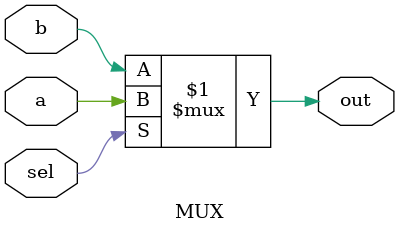
<source format=v>
module MUX(
	input wire sel,
	input wire a,
	input wire b,
	output wire out);

	assign out = sel ? a : b;
endmodule // End of Module hello_world

</source>
